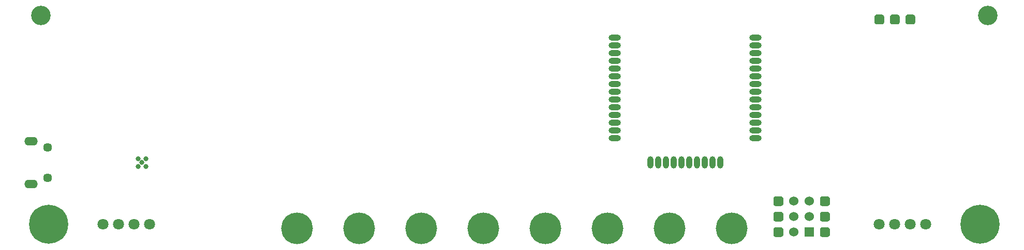
<source format=gts>
G04 #@! TF.GenerationSoftware,KiCad,Pcbnew,no-vcs-found-3ad3869~61~ubuntu16.04.1*
G04 #@! TF.CreationDate,2018-02-07T22:49:40+05:30*
G04 #@! TF.ProjectId,k3jr_controller,6B336A725F636F6E74726F6C6C65722E,rev 1*
G04 #@! TF.SameCoordinates,Original*
G04 #@! TF.FileFunction,Soldermask,Top*
G04 #@! TF.FilePolarity,Negative*
%FSLAX46Y46*%
G04 Gerber Fmt 4.6, Leading zero omitted, Abs format (unit mm)*
G04 Created by KiCad (PCBNEW no-vcs-found-3ad3869~61~ubuntu16.04.1) date Wed Feb  7 22:49:40 2018*
%MOMM*%
%LPD*%
G01*
G04 APERTURE LIST*
%ADD10O,2.200000X1.400000*%
%ADD11C,1.450000*%
%ADD12C,0.150000*%
%ADD13C,1.600000*%
%ADD14C,6.400000*%
%ADD15C,0.800000*%
%ADD16C,3.200000*%
%ADD17C,5.200000*%
%ADD18O,2.000000X1.000000*%
%ADD19O,1.000000X2.000000*%
%ADD20C,1.800000*%
%ADD21C,1.524000*%
%ADD22R,1.524000X1.524000*%
G04 APERTURE END LIST*
D10*
X52355000Y-73970000D03*
X52355000Y-80970000D03*
D11*
X55055000Y-74970000D03*
X55055000Y-79970000D03*
D12*
G36*
X191574207Y-53176926D02*
X191613036Y-53182686D01*
X191651114Y-53192224D01*
X191688073Y-53205448D01*
X191723559Y-53222231D01*
X191757228Y-53242412D01*
X191788757Y-53265796D01*
X191817843Y-53292157D01*
X191844204Y-53321243D01*
X191867588Y-53352772D01*
X191887769Y-53386441D01*
X191904552Y-53421927D01*
X191917776Y-53458886D01*
X191927314Y-53496964D01*
X191933074Y-53535793D01*
X191935000Y-53575000D01*
X191935000Y-54375000D01*
X191933074Y-54414207D01*
X191927314Y-54453036D01*
X191917776Y-54491114D01*
X191904552Y-54528073D01*
X191887769Y-54563559D01*
X191867588Y-54597228D01*
X191844204Y-54628757D01*
X191817843Y-54657843D01*
X191788757Y-54684204D01*
X191757228Y-54707588D01*
X191723559Y-54727769D01*
X191688073Y-54744552D01*
X191651114Y-54757776D01*
X191613036Y-54767314D01*
X191574207Y-54773074D01*
X191535000Y-54775000D01*
X190735000Y-54775000D01*
X190695793Y-54773074D01*
X190656964Y-54767314D01*
X190618886Y-54757776D01*
X190581927Y-54744552D01*
X190546441Y-54727769D01*
X190512772Y-54707588D01*
X190481243Y-54684204D01*
X190452157Y-54657843D01*
X190425796Y-54628757D01*
X190402412Y-54597228D01*
X190382231Y-54563559D01*
X190365448Y-54528073D01*
X190352224Y-54491114D01*
X190342686Y-54453036D01*
X190336926Y-54414207D01*
X190335000Y-54375000D01*
X190335000Y-53575000D01*
X190336926Y-53535793D01*
X190342686Y-53496964D01*
X190352224Y-53458886D01*
X190365448Y-53421927D01*
X190382231Y-53386441D01*
X190402412Y-53352772D01*
X190425796Y-53321243D01*
X190452157Y-53292157D01*
X190481243Y-53265796D01*
X190512772Y-53242412D01*
X190546441Y-53222231D01*
X190581927Y-53205448D01*
X190618886Y-53192224D01*
X190656964Y-53182686D01*
X190695793Y-53176926D01*
X190735000Y-53175000D01*
X191535000Y-53175000D01*
X191574207Y-53176926D01*
X191574207Y-53176926D01*
G37*
D13*
X191135000Y-53975000D03*
D14*
X55245000Y-87630000D03*
D15*
X57645000Y-87630000D03*
X56942056Y-89327056D03*
X55245000Y-90030000D03*
X53547944Y-89327056D03*
X52845000Y-87630000D03*
X53547944Y-85932944D03*
X55245000Y-85230000D03*
X56942056Y-85932944D03*
D14*
X207645000Y-87630000D03*
D15*
X210045000Y-87630000D03*
X209342056Y-89327056D03*
X207645000Y-90030000D03*
X205947944Y-89327056D03*
X205245000Y-87630000D03*
X205947944Y-85932944D03*
X207645000Y-85230000D03*
X209342056Y-85932944D03*
D16*
X208915000Y-53340000D03*
X53975000Y-53340000D03*
D17*
X95885000Y-88265000D03*
X106045000Y-88265000D03*
X116205000Y-88265000D03*
X167005000Y-88265000D03*
X156845000Y-88265000D03*
X126365000Y-88265000D03*
X146685000Y-88265000D03*
X136525000Y-88265000D03*
D15*
X69850000Y-78105000D03*
X71120000Y-78105000D03*
X71120000Y-76835000D03*
X69850000Y-76835000D03*
X70485000Y-77470000D03*
D18*
X170885000Y-56980000D03*
X170885000Y-58250000D03*
X170885000Y-59520000D03*
X170885000Y-60790000D03*
X170885000Y-62060000D03*
X170885000Y-63330000D03*
X170885000Y-64600000D03*
X170885000Y-65870000D03*
X170885000Y-67140000D03*
X170885000Y-68410000D03*
X170885000Y-69680000D03*
X170885000Y-70950000D03*
X170885000Y-72220000D03*
X170885000Y-73490000D03*
X147885000Y-58250000D03*
X147885000Y-67140000D03*
X147885000Y-68410000D03*
X147885000Y-60790000D03*
X147885000Y-56980000D03*
X147885000Y-69680000D03*
X147885000Y-63330000D03*
X147885000Y-73490000D03*
X147885000Y-72220000D03*
X147885000Y-65870000D03*
X147885000Y-64600000D03*
X147885000Y-62060000D03*
X147885000Y-70950000D03*
X147885000Y-59520000D03*
D19*
X165100000Y-77480000D03*
X163830000Y-77480000D03*
X162560000Y-77480000D03*
X161290000Y-77480000D03*
X160020000Y-77480000D03*
X157480000Y-77480000D03*
X156210000Y-77480000D03*
X154940000Y-77480000D03*
X153670000Y-77480000D03*
X158750000Y-77480000D03*
D20*
X198755000Y-87630000D03*
X196215000Y-87630000D03*
X193675000Y-87630000D03*
X191135000Y-87630000D03*
X71755000Y-87630000D03*
X69215000Y-87630000D03*
X66675000Y-87630000D03*
X64135000Y-87630000D03*
D12*
G36*
X194114207Y-53176926D02*
X194153036Y-53182686D01*
X194191114Y-53192224D01*
X194228073Y-53205448D01*
X194263559Y-53222231D01*
X194297228Y-53242412D01*
X194328757Y-53265796D01*
X194357843Y-53292157D01*
X194384204Y-53321243D01*
X194407588Y-53352772D01*
X194427769Y-53386441D01*
X194444552Y-53421927D01*
X194457776Y-53458886D01*
X194467314Y-53496964D01*
X194473074Y-53535793D01*
X194475000Y-53575000D01*
X194475000Y-54375000D01*
X194473074Y-54414207D01*
X194467314Y-54453036D01*
X194457776Y-54491114D01*
X194444552Y-54528073D01*
X194427769Y-54563559D01*
X194407588Y-54597228D01*
X194384204Y-54628757D01*
X194357843Y-54657843D01*
X194328757Y-54684204D01*
X194297228Y-54707588D01*
X194263559Y-54727769D01*
X194228073Y-54744552D01*
X194191114Y-54757776D01*
X194153036Y-54767314D01*
X194114207Y-54773074D01*
X194075000Y-54775000D01*
X193275000Y-54775000D01*
X193235793Y-54773074D01*
X193196964Y-54767314D01*
X193158886Y-54757776D01*
X193121927Y-54744552D01*
X193086441Y-54727769D01*
X193052772Y-54707588D01*
X193021243Y-54684204D01*
X192992157Y-54657843D01*
X192965796Y-54628757D01*
X192942412Y-54597228D01*
X192922231Y-54563559D01*
X192905448Y-54528073D01*
X192892224Y-54491114D01*
X192882686Y-54453036D01*
X192876926Y-54414207D01*
X192875000Y-54375000D01*
X192875000Y-53575000D01*
X192876926Y-53535793D01*
X192882686Y-53496964D01*
X192892224Y-53458886D01*
X192905448Y-53421927D01*
X192922231Y-53386441D01*
X192942412Y-53352772D01*
X192965796Y-53321243D01*
X192992157Y-53292157D01*
X193021243Y-53265796D01*
X193052772Y-53242412D01*
X193086441Y-53222231D01*
X193121927Y-53205448D01*
X193158886Y-53192224D01*
X193196964Y-53182686D01*
X193235793Y-53176926D01*
X193275000Y-53175000D01*
X194075000Y-53175000D01*
X194114207Y-53176926D01*
X194114207Y-53176926D01*
G37*
D13*
X193675000Y-53975000D03*
D12*
G36*
X196654207Y-53176926D02*
X196693036Y-53182686D01*
X196731114Y-53192224D01*
X196768073Y-53205448D01*
X196803559Y-53222231D01*
X196837228Y-53242412D01*
X196868757Y-53265796D01*
X196897843Y-53292157D01*
X196924204Y-53321243D01*
X196947588Y-53352772D01*
X196967769Y-53386441D01*
X196984552Y-53421927D01*
X196997776Y-53458886D01*
X197007314Y-53496964D01*
X197013074Y-53535793D01*
X197015000Y-53575000D01*
X197015000Y-54375000D01*
X197013074Y-54414207D01*
X197007314Y-54453036D01*
X196997776Y-54491114D01*
X196984552Y-54528073D01*
X196967769Y-54563559D01*
X196947588Y-54597228D01*
X196924204Y-54628757D01*
X196897843Y-54657843D01*
X196868757Y-54684204D01*
X196837228Y-54707588D01*
X196803559Y-54727769D01*
X196768073Y-54744552D01*
X196731114Y-54757776D01*
X196693036Y-54767314D01*
X196654207Y-54773074D01*
X196615000Y-54775000D01*
X195815000Y-54775000D01*
X195775793Y-54773074D01*
X195736964Y-54767314D01*
X195698886Y-54757776D01*
X195661927Y-54744552D01*
X195626441Y-54727769D01*
X195592772Y-54707588D01*
X195561243Y-54684204D01*
X195532157Y-54657843D01*
X195505796Y-54628757D01*
X195482412Y-54597228D01*
X195462231Y-54563559D01*
X195445448Y-54528073D01*
X195432224Y-54491114D01*
X195422686Y-54453036D01*
X195416926Y-54414207D01*
X195415000Y-54375000D01*
X195415000Y-53575000D01*
X195416926Y-53535793D01*
X195422686Y-53496964D01*
X195432224Y-53458886D01*
X195445448Y-53421927D01*
X195462231Y-53386441D01*
X195482412Y-53352772D01*
X195505796Y-53321243D01*
X195532157Y-53292157D01*
X195561243Y-53265796D01*
X195592772Y-53242412D01*
X195626441Y-53222231D01*
X195661927Y-53205448D01*
X195698886Y-53192224D01*
X195736964Y-53182686D01*
X195775793Y-53176926D01*
X195815000Y-53175000D01*
X196615000Y-53175000D01*
X196654207Y-53176926D01*
X196654207Y-53176926D01*
G37*
D13*
X196215000Y-53975000D03*
D12*
G36*
X175064207Y-83021926D02*
X175103036Y-83027686D01*
X175141114Y-83037224D01*
X175178073Y-83050448D01*
X175213559Y-83067231D01*
X175247228Y-83087412D01*
X175278757Y-83110796D01*
X175307843Y-83137157D01*
X175334204Y-83166243D01*
X175357588Y-83197772D01*
X175377769Y-83231441D01*
X175394552Y-83266927D01*
X175407776Y-83303886D01*
X175417314Y-83341964D01*
X175423074Y-83380793D01*
X175425000Y-83420000D01*
X175425000Y-84220000D01*
X175423074Y-84259207D01*
X175417314Y-84298036D01*
X175407776Y-84336114D01*
X175394552Y-84373073D01*
X175377769Y-84408559D01*
X175357588Y-84442228D01*
X175334204Y-84473757D01*
X175307843Y-84502843D01*
X175278757Y-84529204D01*
X175247228Y-84552588D01*
X175213559Y-84572769D01*
X175178073Y-84589552D01*
X175141114Y-84602776D01*
X175103036Y-84612314D01*
X175064207Y-84618074D01*
X175025000Y-84620000D01*
X174225000Y-84620000D01*
X174185793Y-84618074D01*
X174146964Y-84612314D01*
X174108886Y-84602776D01*
X174071927Y-84589552D01*
X174036441Y-84572769D01*
X174002772Y-84552588D01*
X173971243Y-84529204D01*
X173942157Y-84502843D01*
X173915796Y-84473757D01*
X173892412Y-84442228D01*
X173872231Y-84408559D01*
X173855448Y-84373073D01*
X173842224Y-84336114D01*
X173832686Y-84298036D01*
X173826926Y-84259207D01*
X173825000Y-84220000D01*
X173825000Y-83420000D01*
X173826926Y-83380793D01*
X173832686Y-83341964D01*
X173842224Y-83303886D01*
X173855448Y-83266927D01*
X173872231Y-83231441D01*
X173892412Y-83197772D01*
X173915796Y-83166243D01*
X173942157Y-83137157D01*
X173971243Y-83110796D01*
X174002772Y-83087412D01*
X174036441Y-83067231D01*
X174071927Y-83050448D01*
X174108886Y-83037224D01*
X174146964Y-83027686D01*
X174185793Y-83021926D01*
X174225000Y-83020000D01*
X175025000Y-83020000D01*
X175064207Y-83021926D01*
X175064207Y-83021926D01*
G37*
D13*
X174625000Y-83820000D03*
D12*
G36*
X182684207Y-83021926D02*
X182723036Y-83027686D01*
X182761114Y-83037224D01*
X182798073Y-83050448D01*
X182833559Y-83067231D01*
X182867228Y-83087412D01*
X182898757Y-83110796D01*
X182927843Y-83137157D01*
X182954204Y-83166243D01*
X182977588Y-83197772D01*
X182997769Y-83231441D01*
X183014552Y-83266927D01*
X183027776Y-83303886D01*
X183037314Y-83341964D01*
X183043074Y-83380793D01*
X183045000Y-83420000D01*
X183045000Y-84220000D01*
X183043074Y-84259207D01*
X183037314Y-84298036D01*
X183027776Y-84336114D01*
X183014552Y-84373073D01*
X182997769Y-84408559D01*
X182977588Y-84442228D01*
X182954204Y-84473757D01*
X182927843Y-84502843D01*
X182898757Y-84529204D01*
X182867228Y-84552588D01*
X182833559Y-84572769D01*
X182798073Y-84589552D01*
X182761114Y-84602776D01*
X182723036Y-84612314D01*
X182684207Y-84618074D01*
X182645000Y-84620000D01*
X181845000Y-84620000D01*
X181805793Y-84618074D01*
X181766964Y-84612314D01*
X181728886Y-84602776D01*
X181691927Y-84589552D01*
X181656441Y-84572769D01*
X181622772Y-84552588D01*
X181591243Y-84529204D01*
X181562157Y-84502843D01*
X181535796Y-84473757D01*
X181512412Y-84442228D01*
X181492231Y-84408559D01*
X181475448Y-84373073D01*
X181462224Y-84336114D01*
X181452686Y-84298036D01*
X181446926Y-84259207D01*
X181445000Y-84220000D01*
X181445000Y-83420000D01*
X181446926Y-83380793D01*
X181452686Y-83341964D01*
X181462224Y-83303886D01*
X181475448Y-83266927D01*
X181492231Y-83231441D01*
X181512412Y-83197772D01*
X181535796Y-83166243D01*
X181562157Y-83137157D01*
X181591243Y-83110796D01*
X181622772Y-83087412D01*
X181656441Y-83067231D01*
X181691927Y-83050448D01*
X181728886Y-83037224D01*
X181766964Y-83027686D01*
X181805793Y-83021926D01*
X181845000Y-83020000D01*
X182645000Y-83020000D01*
X182684207Y-83021926D01*
X182684207Y-83021926D01*
G37*
D13*
X182245000Y-83820000D03*
D12*
G36*
X175064207Y-85561926D02*
X175103036Y-85567686D01*
X175141114Y-85577224D01*
X175178073Y-85590448D01*
X175213559Y-85607231D01*
X175247228Y-85627412D01*
X175278757Y-85650796D01*
X175307843Y-85677157D01*
X175334204Y-85706243D01*
X175357588Y-85737772D01*
X175377769Y-85771441D01*
X175394552Y-85806927D01*
X175407776Y-85843886D01*
X175417314Y-85881964D01*
X175423074Y-85920793D01*
X175425000Y-85960000D01*
X175425000Y-86760000D01*
X175423074Y-86799207D01*
X175417314Y-86838036D01*
X175407776Y-86876114D01*
X175394552Y-86913073D01*
X175377769Y-86948559D01*
X175357588Y-86982228D01*
X175334204Y-87013757D01*
X175307843Y-87042843D01*
X175278757Y-87069204D01*
X175247228Y-87092588D01*
X175213559Y-87112769D01*
X175178073Y-87129552D01*
X175141114Y-87142776D01*
X175103036Y-87152314D01*
X175064207Y-87158074D01*
X175025000Y-87160000D01*
X174225000Y-87160000D01*
X174185793Y-87158074D01*
X174146964Y-87152314D01*
X174108886Y-87142776D01*
X174071927Y-87129552D01*
X174036441Y-87112769D01*
X174002772Y-87092588D01*
X173971243Y-87069204D01*
X173942157Y-87042843D01*
X173915796Y-87013757D01*
X173892412Y-86982228D01*
X173872231Y-86948559D01*
X173855448Y-86913073D01*
X173842224Y-86876114D01*
X173832686Y-86838036D01*
X173826926Y-86799207D01*
X173825000Y-86760000D01*
X173825000Y-85960000D01*
X173826926Y-85920793D01*
X173832686Y-85881964D01*
X173842224Y-85843886D01*
X173855448Y-85806927D01*
X173872231Y-85771441D01*
X173892412Y-85737772D01*
X173915796Y-85706243D01*
X173942157Y-85677157D01*
X173971243Y-85650796D01*
X174002772Y-85627412D01*
X174036441Y-85607231D01*
X174071927Y-85590448D01*
X174108886Y-85577224D01*
X174146964Y-85567686D01*
X174185793Y-85561926D01*
X174225000Y-85560000D01*
X175025000Y-85560000D01*
X175064207Y-85561926D01*
X175064207Y-85561926D01*
G37*
D13*
X174625000Y-86360000D03*
D21*
X177165000Y-88900000D03*
D22*
X179705000Y-88900000D03*
D21*
X177165000Y-86360000D03*
X179705000Y-86360000D03*
X177165000Y-83820000D03*
X179705000Y-83820000D03*
D12*
G36*
X182684207Y-85561926D02*
X182723036Y-85567686D01*
X182761114Y-85577224D01*
X182798073Y-85590448D01*
X182833559Y-85607231D01*
X182867228Y-85627412D01*
X182898757Y-85650796D01*
X182927843Y-85677157D01*
X182954204Y-85706243D01*
X182977588Y-85737772D01*
X182997769Y-85771441D01*
X183014552Y-85806927D01*
X183027776Y-85843886D01*
X183037314Y-85881964D01*
X183043074Y-85920793D01*
X183045000Y-85960000D01*
X183045000Y-86760000D01*
X183043074Y-86799207D01*
X183037314Y-86838036D01*
X183027776Y-86876114D01*
X183014552Y-86913073D01*
X182997769Y-86948559D01*
X182977588Y-86982228D01*
X182954204Y-87013757D01*
X182927843Y-87042843D01*
X182898757Y-87069204D01*
X182867228Y-87092588D01*
X182833559Y-87112769D01*
X182798073Y-87129552D01*
X182761114Y-87142776D01*
X182723036Y-87152314D01*
X182684207Y-87158074D01*
X182645000Y-87160000D01*
X181845000Y-87160000D01*
X181805793Y-87158074D01*
X181766964Y-87152314D01*
X181728886Y-87142776D01*
X181691927Y-87129552D01*
X181656441Y-87112769D01*
X181622772Y-87092588D01*
X181591243Y-87069204D01*
X181562157Y-87042843D01*
X181535796Y-87013757D01*
X181512412Y-86982228D01*
X181492231Y-86948559D01*
X181475448Y-86913073D01*
X181462224Y-86876114D01*
X181452686Y-86838036D01*
X181446926Y-86799207D01*
X181445000Y-86760000D01*
X181445000Y-85960000D01*
X181446926Y-85920793D01*
X181452686Y-85881964D01*
X181462224Y-85843886D01*
X181475448Y-85806927D01*
X181492231Y-85771441D01*
X181512412Y-85737772D01*
X181535796Y-85706243D01*
X181562157Y-85677157D01*
X181591243Y-85650796D01*
X181622772Y-85627412D01*
X181656441Y-85607231D01*
X181691927Y-85590448D01*
X181728886Y-85577224D01*
X181766964Y-85567686D01*
X181805793Y-85561926D01*
X181845000Y-85560000D01*
X182645000Y-85560000D01*
X182684207Y-85561926D01*
X182684207Y-85561926D01*
G37*
D13*
X182245000Y-86360000D03*
D12*
G36*
X175064207Y-88101926D02*
X175103036Y-88107686D01*
X175141114Y-88117224D01*
X175178073Y-88130448D01*
X175213559Y-88147231D01*
X175247228Y-88167412D01*
X175278757Y-88190796D01*
X175307843Y-88217157D01*
X175334204Y-88246243D01*
X175357588Y-88277772D01*
X175377769Y-88311441D01*
X175394552Y-88346927D01*
X175407776Y-88383886D01*
X175417314Y-88421964D01*
X175423074Y-88460793D01*
X175425000Y-88500000D01*
X175425000Y-89300000D01*
X175423074Y-89339207D01*
X175417314Y-89378036D01*
X175407776Y-89416114D01*
X175394552Y-89453073D01*
X175377769Y-89488559D01*
X175357588Y-89522228D01*
X175334204Y-89553757D01*
X175307843Y-89582843D01*
X175278757Y-89609204D01*
X175247228Y-89632588D01*
X175213559Y-89652769D01*
X175178073Y-89669552D01*
X175141114Y-89682776D01*
X175103036Y-89692314D01*
X175064207Y-89698074D01*
X175025000Y-89700000D01*
X174225000Y-89700000D01*
X174185793Y-89698074D01*
X174146964Y-89692314D01*
X174108886Y-89682776D01*
X174071927Y-89669552D01*
X174036441Y-89652769D01*
X174002772Y-89632588D01*
X173971243Y-89609204D01*
X173942157Y-89582843D01*
X173915796Y-89553757D01*
X173892412Y-89522228D01*
X173872231Y-89488559D01*
X173855448Y-89453073D01*
X173842224Y-89416114D01*
X173832686Y-89378036D01*
X173826926Y-89339207D01*
X173825000Y-89300000D01*
X173825000Y-88500000D01*
X173826926Y-88460793D01*
X173832686Y-88421964D01*
X173842224Y-88383886D01*
X173855448Y-88346927D01*
X173872231Y-88311441D01*
X173892412Y-88277772D01*
X173915796Y-88246243D01*
X173942157Y-88217157D01*
X173971243Y-88190796D01*
X174002772Y-88167412D01*
X174036441Y-88147231D01*
X174071927Y-88130448D01*
X174108886Y-88117224D01*
X174146964Y-88107686D01*
X174185793Y-88101926D01*
X174225000Y-88100000D01*
X175025000Y-88100000D01*
X175064207Y-88101926D01*
X175064207Y-88101926D01*
G37*
D13*
X174625000Y-88900000D03*
D12*
G36*
X182684207Y-88101926D02*
X182723036Y-88107686D01*
X182761114Y-88117224D01*
X182798073Y-88130448D01*
X182833559Y-88147231D01*
X182867228Y-88167412D01*
X182898757Y-88190796D01*
X182927843Y-88217157D01*
X182954204Y-88246243D01*
X182977588Y-88277772D01*
X182997769Y-88311441D01*
X183014552Y-88346927D01*
X183027776Y-88383886D01*
X183037314Y-88421964D01*
X183043074Y-88460793D01*
X183045000Y-88500000D01*
X183045000Y-89300000D01*
X183043074Y-89339207D01*
X183037314Y-89378036D01*
X183027776Y-89416114D01*
X183014552Y-89453073D01*
X182997769Y-89488559D01*
X182977588Y-89522228D01*
X182954204Y-89553757D01*
X182927843Y-89582843D01*
X182898757Y-89609204D01*
X182867228Y-89632588D01*
X182833559Y-89652769D01*
X182798073Y-89669552D01*
X182761114Y-89682776D01*
X182723036Y-89692314D01*
X182684207Y-89698074D01*
X182645000Y-89700000D01*
X181845000Y-89700000D01*
X181805793Y-89698074D01*
X181766964Y-89692314D01*
X181728886Y-89682776D01*
X181691927Y-89669552D01*
X181656441Y-89652769D01*
X181622772Y-89632588D01*
X181591243Y-89609204D01*
X181562157Y-89582843D01*
X181535796Y-89553757D01*
X181512412Y-89522228D01*
X181492231Y-89488559D01*
X181475448Y-89453073D01*
X181462224Y-89416114D01*
X181452686Y-89378036D01*
X181446926Y-89339207D01*
X181445000Y-89300000D01*
X181445000Y-88500000D01*
X181446926Y-88460793D01*
X181452686Y-88421964D01*
X181462224Y-88383886D01*
X181475448Y-88346927D01*
X181492231Y-88311441D01*
X181512412Y-88277772D01*
X181535796Y-88246243D01*
X181562157Y-88217157D01*
X181591243Y-88190796D01*
X181622772Y-88167412D01*
X181656441Y-88147231D01*
X181691927Y-88130448D01*
X181728886Y-88117224D01*
X181766964Y-88107686D01*
X181805793Y-88101926D01*
X181845000Y-88100000D01*
X182645000Y-88100000D01*
X182684207Y-88101926D01*
X182684207Y-88101926D01*
G37*
D13*
X182245000Y-88900000D03*
M02*

</source>
